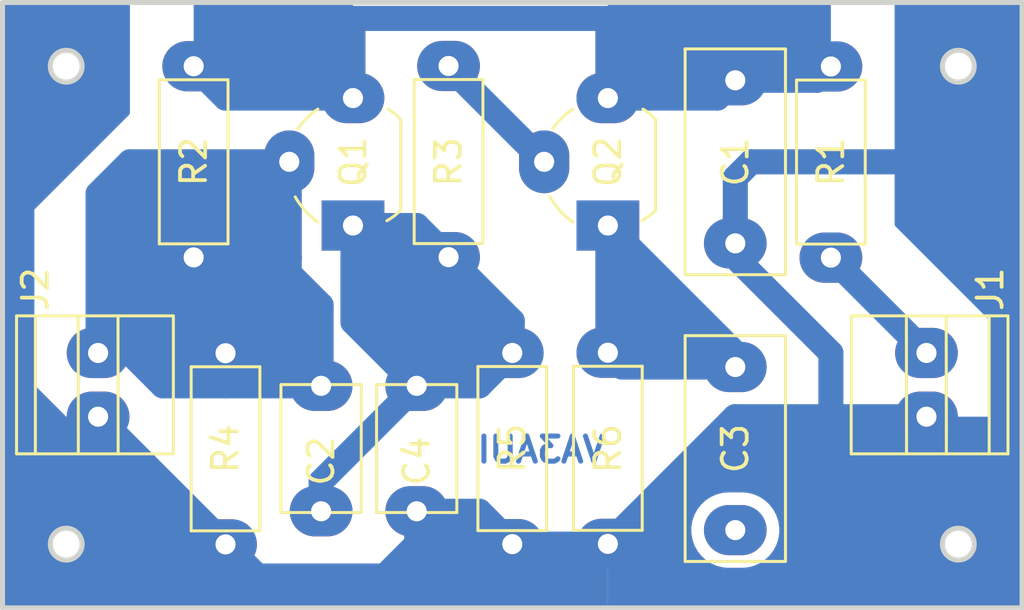
<source format=kicad_pcb>
(kicad_pcb (version 20221018) (generator pcbnew)
  (title_block (title "Crystal Test Oscillator") (date "2024-05-15") (company "VA3AUI"))
  (layers (0 "F.Cu" signal) (31 "B.Cu" signal) (37 "F.SilkS" user "F.Silkscreen") (38 "B.Mask" user) (44 "Edge.Cuts" user))
  (net 0 "")
  (net 1 "Net-(Q1-E)")
  (net 2 "Net-(J2-Pin_1)")
  (net 3 "Net-(Q1-C)")
  (net 4 "Net-(Q2-E)")
  (net 5 "Net-(Q2-B)")
  (net 6 "GNDPWR")
  (net 7 "Net-(J1-Pin_2)")
  (net 8 "Net-(J3-Pin_1)")
  (footprint "VA3AUI:2poles_screw_tb" (layer "F.Cu") (at 124.46 96.52 -90)
    (fp_text reference "J2" (at -3.81 2.5 -90) (layer "F.SilkS"))
    (fp_text value "Crystal 3MHz" hide)
    (fp_line (start -2.75 -3) (end -2.75 3.25) (stroke (width 0.12)) (layer "F.SilkS"))
    (fp_line (start -2.75 -3) (end 2.75 -3) (stroke (width 0.12)) (layer "F.SilkS"))
    (fp_line (start -2.75 -0.794) (end 2.75 -0.8) (stroke (width 0.12)) (layer "F.SilkS"))
    (fp_line (start -2.75 0.794) (end 2.75 0.7874) (stroke (width 0.12)) (layer "F.SilkS"))
    (fp_line (start -2.75 2.5) (end 2.75 2.5) (stroke (width 0.12)) (layer "F.SilkS"))
    (fp_line (start -2.75 3.25) (end 2.75 3.25) (stroke (width 0.12)) (layer "F.SilkS"))
    (fp_line (start 2.75 3.25) (end 2.75 -3) (stroke (width 0.12)) (layer "F.SilkS"))
    (pad "1" thru_hole oval (at -1.27 0 270) (size 2 2.5) (drill 0.8) (layers "*.Cu") (net 2 "Net-(J2-Pin_1)"))
    (pad "2" thru_hole oval (at 1.27 0 270) (size 2 2.5) (drill 0.8) (layers "*.Cu") (net 6 "GNDPWR"))
  )
  (footprint "VA3AUI:C_Disc_D9.0mm_W4.0mm_P6.50mm_100n" (layer "F.Cu") (at 149.86 87.63 90)
    (fp_text reference "C1" (at 0 0 90) (layer "F.SilkS"))
    (fp_text value "0.1" hide)
    (fp_line (start -4.5 -2) (end -4.5 2) (stroke (width 0.12)) (layer "F.SilkS"))
    (fp_line (start -4.5 -2) (end 4.5 -2) (stroke (width 0.12)) (layer "F.SilkS"))
    (fp_line (start -4.5 2) (end 4.5 2) (stroke (width 0.12)) (layer "F.SilkS"))
    (fp_line (start 4.5 -2) (end 4.5 2) (stroke (width 0.12)) (layer "F.SilkS"))
    (pad "1" thru_hole oval (at -3.25 0 90) (size 2 2.5) (drill 0.8) (layers "*.Cu") (net 6 "GNDPWR"))
    (pad "2" thru_hole oval (at 3.25 0 90) (size 2 2.5) (drill 0.8) (layers "*.Cu") (net 3 "Net-(Q1-C)"))
  )
  (footprint "VA3AUI:R_Axial_L6.3mm_D2.5mm_P7.62mm_0.25W" (layer "F.Cu") (at 138.43 91.43 90)
    (fp_text reference "R3" (at 3.8 0 90) (layer "F.SilkS"))
    (fp_text value "1k" hide)
    (fp_line (start 0.54 -1.37) (end 0.54 1.37) (stroke (width 0.12)) (layer "F.SilkS"))
    (fp_line (start 0.54 -1.37) (end 7.08 -1.37) (stroke (width 0.12)) (layer "F.SilkS"))
    (fp_line (start 0.54 1.37) (end 7.08 1.37) (stroke (width 0.12)) (layer "F.SilkS"))
    (fp_line (start 7.08 1.37) (end 7.08 -1.37) (stroke (width 0.12)) (layer "F.SilkS"))
    (pad "1" thru_hole oval (at 0 0 90) (size 2 2.5) (drill 0.8) (layers "*.Cu") (net 1 "Net-(Q1-E)"))
    (pad "2" thru_hole oval (at 7.62 0 90) (size 2 2.5) (drill 0.8) (layers "*.Cu") (net 5 "Net-(Q2-B)"))
  )
  (footprint "VA3AUI:C_Disc_D9.0mm_W4.0mm_P6.50mm_100n" (layer "F.Cu") (at 149.86 99.06 -90)
    (fp_text reference "C3" (at 0 0 -90) (layer "F.SilkS"))
    (fp_text value "0.1" hide)
    (fp_line (start -4.5 -2) (end -4.5 2) (stroke (width 0.12)) (layer "F.SilkS"))
    (fp_line (start -4.5 -2) (end 4.5 -2) (stroke (width 0.12)) (layer "F.SilkS"))
    (fp_line (start -4.5 2) (end 4.5 2) (stroke (width 0.12)) (layer "F.SilkS"))
    (fp_line (start 4.5 -2) (end 4.5 2) (stroke (width 0.12)) (layer "F.SilkS"))
    (pad "1" thru_hole oval (at -3.25 0 270) (size 2 2.5) (drill 0.8) (layers "*.Cu") (net 4 "Net-(Q2-E)"))
    (pad "2" thru_hole oval (at 3.25 0 270) (size 2 2.5) (drill 0.8) (layers "*.Cu") (net 8 "Net-(J3-Pin_1)"))
  )
  (footprint "VA3AUI:TO-92_2N3904" (layer "F.Cu") (at 144.78 87.63 90)
    (fp_text reference "Q2" (at 0 0 90) (layer "F.SilkS"))
    (fp_text value "2N3904" hide)
    (fp_line (start -1.927 1.905) (end 1.673 1.905) (stroke (width 0.12)) (layer "F.SilkS"))
    (fp_arc (start -2.4 -1.4) (mid -1.949154 -1.904616) (end -1.4 -2.3) (stroke (width 0.12)) (layer "F.SilkS"))
    (fp_arc (start -1.927 1.905) (mid -2.15717 1.64173) (end -2.35 1.35) (stroke (width 0.12)) (layer "F.SilkS"))
    (fp_arc (start 1.3 -2.2) (mid 1.741585 -1.841585) (end 2.1 -1.4) (stroke (width 0.12)) (layer "F.SilkS"))
    (fp_arc (start 2.1 1.4) (mid 1.90983 1.672924) (end 1.677724 1.911206) (stroke (width 0.12)) (layer "F.SilkS"))
    (pad "1" thru_hole rect (at -2.54 0 90) (size 2 2.5) (drill 0.8) (layers "*.Cu") (net 4 "Net-(Q2-E)"))
    (pad "2" thru_hole oval (at 0 -2.54 90) (size 2.5 2) (drill 0.8) (layers "*.Cu") (net 5 "Net-(Q2-B)"))
    (pad "3" thru_hole oval (at 2.54 0 90) (size 2 2.5) (drill 0.8) (layers "*.Cu") (net 3 "Net-(Q1-C)"))
  )
  (footprint "VA3AUI:R_Axial_L6.3mm_D2.5mm_P7.62mm_0.25W" (layer "F.Cu") (at 153.67 83.83 -90)
    (fp_text reference "R1" (at 3.8 0 -90) (layer "F.SilkS"))
    (fp_text value "47" hide)
    (fp_line (start 0.54 -1.37) (end 0.54 1.37) (stroke (width 0.12)) (layer "F.SilkS"))
    (fp_line (start 0.54 -1.37) (end 7.08 -1.37) (stroke (width 0.12)) (layer "F.SilkS"))
    (fp_line (start 0.54 1.37) (end 7.08 1.37) (stroke (width 0.12)) (layer "F.SilkS"))
    (fp_line (start 7.08 1.37) (end 7.08 -1.37) (stroke (width 0.12)) (layer "F.SilkS"))
    (pad "1" thru_hole oval (at 0 0 270) (size 2 2.5) (drill 0.8) (layers "*.Cu") (net 3 "Net-(Q1-C)"))
    (pad "2" thru_hole oval (at 7.62 0 270) (size 2 2.5) (drill 0.8) (layers "*.Cu") (net 7 "Net-(J1-Pin_2)"))
  )
  (footprint "VA3AUI:R_Axial_L6.3mm_D2.5mm_P7.62mm_0.25W" (layer "F.Cu") (at 128.27 83.82 -90)
    (fp_text reference "R2" (at 3.8 0 -90) (layer "F.SilkS"))
    (fp_text value "10k" hide)
    (fp_line (start 0.54 -1.37) (end 0.54 1.37) (stroke (width 0.12)) (layer "F.SilkS"))
    (fp_line (start 0.54 -1.37) (end 7.08 -1.37) (stroke (width 0.12)) (layer "F.SilkS"))
    (fp_line (start 0.54 1.37) (end 7.08 1.37) (stroke (width 0.12)) (layer "F.SilkS"))
    (fp_line (start 7.08 1.37) (end 7.08 -1.37) (stroke (width 0.12)) (layer "F.SilkS"))
    (pad "1" thru_hole oval (at 0 0 270) (size 2 2.5) (drill 0.8) (layers "*.Cu") (net 3 "Net-(Q1-C)"))
    (pad "2" thru_hole oval (at 7.62 0 270) (size 2 2.5) (drill 0.8) (layers "*.Cu") (net 2 "Net-(J2-Pin_1)"))
  )
  (footprint "VA3AUI:TO-92_2N3904" (layer "F.Cu") (at 134.62 87.63 90)
    (fp_text reference "Q1" (at 0 0 90) (layer "F.SilkS"))
    (fp_text value "2N3904" hide)
    (fp_line (start -1.927 1.905) (end 1.673 1.905) (stroke (width 0.12)) (layer "F.SilkS"))
    (fp_arc (start -2.4 -1.4) (mid -1.949154 -1.904616) (end -1.4 -2.3) (stroke (width 0.12)) (layer "F.SilkS"))
    (fp_arc (start -1.927 1.905) (mid -2.15717 1.64173) (end -2.35 1.35) (stroke (width 0.12)) (layer "F.SilkS"))
    (fp_arc (start 1.3 -2.2) (mid 1.741585 -1.841585) (end 2.1 -1.4) (stroke (width 0.12)) (layer "F.SilkS"))
    (fp_arc (start 2.1 1.4) (mid 1.90983 1.672924) (end 1.677724 1.911206) (stroke (width 0.12)) (layer "F.SilkS"))
    (pad "1" thru_hole rect (at -2.54 0 90) (size 2 2.5) (drill 0.8) (layers "*.Cu") (net 1 "Net-(Q1-E)"))
    (pad "2" thru_hole oval (at 0 -2.54 90) (size 2.5 2) (drill 0.8) (layers "*.Cu") (net 2 "Net-(J2-Pin_1)"))
    (pad "3" thru_hole oval (at 2.54 0 90) (size 2 2.5) (drill 0.8) (layers "*.Cu") (net 3 "Net-(Q1-C)"))
  )
  (footprint "VA3AUI:R_Axial_L6.3mm_D2.5mm_P7.62mm_0.25W" (layer "F.Cu") (at 129.54 95.26 -90)
    (fp_text reference "R4" (at 3.8 0 -90) (layer "F.SilkS"))
    (fp_text value "10k" hide)
    (fp_line (start 0.54 -1.37) (end 0.54 1.37) (stroke (width 0.12)) (layer "F.SilkS"))
    (fp_line (start 0.54 -1.37) (end 7.08 -1.37) (stroke (width 0.12)) (layer "F.SilkS"))
    (fp_line (start 0.54 1.37) (end 7.08 1.37) (stroke (width 0.12)) (layer "F.SilkS"))
    (fp_line (start 7.08 1.37) (end 7.08 -1.37) (stroke (width 0.12)) (layer "F.SilkS"))
    (pad "1" thru_hole oval (at 0 0 270) (size 2 2.5) (drill 0.8) (layers "*.Cu") (net 2 "Net-(J2-Pin_1)"))
    (pad "2" thru_hole oval (at 7.62 0 270) (size 2 2.5) (drill 0.8) (layers "*.Cu") (net 6 "GNDPWR"))
  )
  (footprint "VA3AUI:C_Disc_D5.1mm_W3.2mm_P5.00mm_MLCC" (layer "F.Cu") (at 137.16 96.56 -90)
    (fp_text reference "C4" (at 3 0 -90) (layer "F.SilkS"))
    (fp_text value "330" hide)
    (fp_line (start -0.05 -1.6) (end -0.05 1.6) (stroke (width 0.12)) (layer "F.SilkS"))
    (fp_line (start -0.05 -1.6) (end 5.05 -1.6) (stroke (width 0.12)) (layer "F.SilkS"))
    (fp_line (start -0.05 1.6) (end 5.05 1.6) (stroke (width 0.12)) (layer "F.SilkS"))
    (fp_line (start 5.05 -1.6) (end 5.05 1.6) (stroke (width 0.12)) (layer "F.SilkS"))
    (pad "1" thru_hole oval (at 0 0 270) (size 2 2.5) (drill 0.8) (layers "*.Cu") (net 1 "Net-(Q1-E)"))
    (pad "2" thru_hole oval (at 5 0 270) (size 2 2.5) (drill 0.8) (layers "*.Cu") (net 6 "GNDPWR"))
  )
  (footprint "VA3AUI:C_Disc_D5.1mm_W3.2mm_P5.00mm_MLCC" (layer "F.Cu") (at 133.35 96.56 -90)
    (fp_text reference "C2" (at 3 0 -90) (layer "F.SilkS"))
    (fp_text value "150" hide)
    (fp_line (start -0.05 -1.6) (end -0.05 1.6) (stroke (width 0.12)) (layer "F.SilkS"))
    (fp_line (start -0.05 -1.6) (end 5.05 -1.6) (stroke (width 0.12)) (layer "F.SilkS"))
    (fp_line (start -0.05 1.6) (end 5.05 1.6) (stroke (width 0.12)) (layer "F.SilkS"))
    (fp_line (start 5.05 -1.6) (end 5.05 1.6) (stroke (width 0.12)) (layer "F.SilkS"))
    (pad "1" thru_hole oval (at 0 0 270) (size 2 2.5) (drill 0.8) (layers "*.Cu") (net 2 "Net-(J2-Pin_1)"))
    (pad "2" thru_hole oval (at 5 0 270) (size 2 2.5) (drill 0.8) (layers "*.Cu") (net 1 "Net-(Q1-E)"))
  )
  (footprint "VA3AUI:2poles_screw_tb" (layer "F.Cu") (at 157.48 96.52 90)
    (fp_text reference "J1" (at 3.81 2.54 90) (layer "F.SilkS"))
    (fp_text value "+13.8V" hide)
    (fp_line (start -2.75 -3) (end -2.75 3.25) (stroke (width 0.12)) (layer "F.SilkS"))
    (fp_line (start -2.75 -3) (end 2.75 -3) (stroke (width 0.12)) (layer "F.SilkS"))
    (fp_line (start -2.75 -0.794) (end 2.75 -0.8) (stroke (width 0.12)) (layer "F.SilkS"))
    (fp_line (start -2.75 0.794) (end 2.75 0.7874) (stroke (width 0.12)) (layer "F.SilkS"))
    (fp_line (start -2.75 2.5) (end 2.75 2.5) (stroke (width 0.12)) (layer "F.SilkS"))
    (fp_line (start -2.75 3.25) (end 2.75 3.25) (stroke (width 0.12)) (layer "F.SilkS"))
    (fp_line (start 2.75 3.25) (end 2.75 -3) (stroke (width 0.12)) (layer "F.SilkS"))
    (pad "1" thru_hole oval (at -1.27 0 90) (size 2 2.5) (drill 0.8) (layers "*.Cu") (net 6 "GNDPWR"))
    (pad "2" thru_hole oval (at 1.27 0 90) (size 2 2.5) (drill 0.8) (layers "*.Cu") (net 7 "Net-(J1-Pin_2)"))
  )
  (footprint "VA3AUI:R_Axial_L6.3mm_D2.5mm_P7.62mm_0.25W" (layer "F.Cu") (at 140.97 95.25 -90)
    (fp_text reference "R5" (at 3.8 0 -90) (layer "F.SilkS"))
    (fp_text value "1k" hide)
    (fp_line (start 0.54 -1.37) (end 0.54 1.37) (stroke (width 0.12)) (layer "F.SilkS"))
    (fp_line (start 0.54 -1.37) (end 7.08 -1.37) (stroke (width 0.12)) (layer "F.SilkS"))
    (fp_line (start 0.54 1.37) (end 7.08 1.37) (stroke (width 0.12)) (layer "F.SilkS"))
    (fp_line (start 7.08 1.37) (end 7.08 -1.37) (stroke (width 0.12)) (layer "F.SilkS"))
    (pad "1" thru_hole oval (at 0 0 270) (size 2 2.5) (drill 0.8) (layers "*.Cu") (net 1 "Net-(Q1-E)"))
    (pad "2" thru_hole oval (at 7.62 0 270) (size 2 2.5) (drill 0.8) (layers "*.Cu") (net 6 "GNDPWR"))
  )
  (footprint "VA3AUI:R_Axial_L6.3mm_D2.5mm_P7.62mm_0.25W" (layer "F.Cu") (at 144.78 102.86 90)
    (fp_text reference "R6" (at 3.8 0 90) (layer "F.SilkS"))
    (fp_text value "1k" hide)
    (fp_line (start 0.54 -1.37) (end 0.54 1.37) (stroke (width 0.12)) (layer "F.SilkS"))
    (fp_line (start 0.54 -1.37) (end 7.08 -1.37) (stroke (width 0.12)) (layer "F.SilkS"))
    (fp_line (start 0.54 1.37) (end 7.08 1.37) (stroke (width 0.12)) (layer "F.SilkS"))
    (fp_line (start 7.08 1.37) (end 7.08 -1.37) (stroke (width 0.12)) (layer "F.SilkS"))
    (pad "1" thru_hole oval (at 0 0 90) (size 2 2.5) (drill 0.8) (layers "*.Cu") (net 6 "GNDPWR"))
    (pad "2" thru_hole oval (at 7.62 0 90) (size 2 2.5) (drill 0.8) (layers "*.Cu") (net 4 "Net-(Q2-E)"))
  )
  (gr_circle (center 158.75 83.82) (end 159.385 83.82) (stroke (width 0.2)) (fill none) (layer "Edge.Cuts"))
  (gr_line (start 161.29 105.41) (end 120.65 105.41) (stroke (width 0.2)) (layer "Edge.Cuts"))
  (gr_circle (center 123.19 102.87) (end 123.825 102.87) (stroke (width 0.2)) (fill none) (layer "Edge.Cuts"))
  (gr_circle (center 158.75 102.87) (end 159.385 102.87) (stroke (width 0.2)) (fill none) (layer "Edge.Cuts"))
  (gr_line (start 120.65 81.28) (end 161.29 81.28) (stroke (width 0.2)) (layer "Edge.Cuts"))
  (gr_line (start 161.29 81.28) (end 161.29 105.41) (stroke (width 0.2)) (layer "Edge.Cuts"))
  (gr_line (start 120.65 105.41) (end 120.65 81.28) (stroke (width 0.2)) (layer "Edge.Cuts"))
  (gr_circle (center 123.19 83.82) (end 123.825 83.82) (stroke (width 0.2)) (fill none) (layer "Edge.Cuts"))
  (gr_text "VA3AUI" (at 144.78 99.695) (layer "B.Cu") (effects (font (size 1 1) (thickness 0.2) bold) (justify left bottom mirror)))
  (segment (start 137.16 96.56) (end 137.16 96.52) (width 0.5) (layer "B.Cu") (net 1))
  (segment (start 140.97 95.25) (end 140.97 93.97) (width 1) (layer "B.Cu") (net 1))
  (segment (start 134.62 94.02) (end 137.16 96.56) (width 1) (layer "B.Cu") (net 1))
  (segment (start 140.97 95.25) (end 139.66 96.56) (width 1) (layer "B.Cu") (net 1))
  (segment (start 140.97 93.97) (end 138.43 91.43) (width 1) (layer "B.Cu") (net 1))
  (segment (start 134.62 90.17) (end 137.17 90.17) (width 1) (layer "B.Cu") (net 1))
  (segment (start 133.35 100.37) (end 137.16 96.56) (width 1) (layer "B.Cu") (net 1))
  (segment (start 139.66 96.56) (end 137.16 96.56) (width 1) (layer "B.Cu") (net 1))
  (segment (start 134.62 90.17) (end 134.62 94.02) (width 1) (layer "B.Cu") (net 1))
  (segment (start 133.35 101.56) (end 133.35 100.37) (width 1) (layer "B.Cu") (net 1))
  (segment (start 137.17 90.17) (end 138.43 91.43) (width 1) (layer "B.Cu") (net 1))
  (segment (start 124.47 95.26) (end 124.46 95.25) (width 0.5) (layer "B.Cu") (net 2))
  (segment (start 129.54 95.26) (end 129.54 96.56) (width 1) (layer "B.Cu") (net 2))
  (segment (start 132.08 87.63) (end 125.73 87.63) (width 1) (layer "B.Cu") (net 2))
  (segment (start 124.46 95.25) (end 125.73 95.25) (width 1) (layer "B.Cu") (net 2))
  (segment (start 125.73 95.25) (end 127.04 96.56) (width 1) (layer "B.Cu") (net 2))
  (segment (start 127.04 96.56) (end 129.54 96.56) (width 1) (layer "B.Cu") (net 2))
  (segment (start 133.35 93.345) (end 132.08 92.075) (width 1) (layer "B.Cu") (net 2))
  (segment (start 132.08 91.44) (end 132.08 87.63) (width 1) (layer "B.Cu") (net 2))
  (segment (start 129.53 95.25) (end 129.54 95.26) (width 0.5) (layer "B.Cu") (net 2))
  (segment (start 128.27 91.44) (end 132.08 91.44) (width 1) (layer "B.Cu") (net 2))
  (segment (start 124.46 88.9) (end 124.46 95.25) (width 1) (layer "B.Cu") (net 2))
  (segment (start 125.73 87.63) (end 124.46 88.9) (width 1) (layer "B.Cu") (net 2))
  (segment (start 129.54 96.56) (end 133.35 96.56) (width 1) (layer "B.Cu") (net 2))
  (segment (start 132.08 92.075) (end 132.08 91.44) (width 1) (layer "B.Cu") (net 2))
  (segment (start 133.35 96.56) (end 133.35 93.345) (width 1) (layer "B.Cu") (net 2))
  (segment (start 149.86 84.38) (end 153.12 84.38) (width 1) (layer "B.Cu") (net 3))
  (segment (start 129.54 85.09) (end 128.27 83.82) (width 1) (layer "B.Cu") (net 3))
  (segment (start 134.62 85.09) (end 129.54 85.09) (width 1) (layer "B.Cu") (net 3))
  (segment (start 149.15 85.09) (end 149.86 84.38) (width 1) (layer "B.Cu") (net 3))
  (segment (start 134.62 85.09) (end 134.62 81.915) (width 1) (layer "B.Cu") (net 3))
  (segment (start 144.78 81.915) (end 144.78 85.09) (width 1) (layer "B.Cu") (net 3))
  (segment (start 134.62 81.915) (end 144.78 81.915) (width 1) (layer "B.Cu") (net 3))
  (segment (start 153.12 84.38) (end 153.67 83.83) (width 1) (layer "B.Cu") (net 3))
  (segment (start 144.78 85.09) (end 149.15 85.09) (width 1) (layer "B.Cu") (net 3))
  (segment (start 149.29 95.24) (end 149.86 95.81) (width 0.5) (layer "B.Cu") (net 4))
  (segment (start 144.78 90.17) (end 149.86 95.25) (width 1) (layer "B.Cu") (net 4))
  (segment (start 145.35 95.81) (end 144.78 95.24) (width 1) (layer "B.Cu") (net 4))
  (segment (start 149.86 95.25) (end 149.86 95.81) (width 1) (layer "B.Cu") (net 4))
  (segment (start 144.78 90.17) (end 144.78 95.24) (width 1) (layer "B.Cu") (net 4))
  (segment (start 149.86 95.81) (end 145.35 95.81) (width 1) (layer "B.Cu") (net 4))
  (segment (start 138.43 83.81) (end 138.43 83.82) (width 0.5) (layer "B.Cu") (net 5))
  (segment (start 138.43 83.82) (end 142.24 87.63) (width 1) (layer "B.Cu") (net 5))
  (segment (start 150.495 87.63) (end 156.21 87.63) (width 1) (layer "B.Cu") (net 6))
  (segment (start 137.16 102.87) (end 137.16 101.56) (width 1) (layer "B.Cu") (net 6))
  (segment (start 126.36 99.7) (end 129.54 102.88) (width 1) (layer "B.Cu") (net 6))
  (segment (start 140.97 102.87) (end 144.77 102.87) (width 1) (layer "B.Cu") (net 6))
  (segment (start 144.77 102.87) (end 144.78 102.86) (width 1) (layer "B.Cu") (net 6))
  (segment (start 129.54 102.87) (end 129.54 102.88) (width 0.5) (layer "B.Cu") (net 6))
  (segment (start 129.54 102.88) (end 129.55 102.88) (width 0.5) (layer "B.Cu") (net 6))
  (segment (start 124.46 97.8) (end 126.36 99.7) (width 1) (layer "B.Cu") (net 6))
  (segment (start 129.55 102.88) (end 130.81 104.14) (width 1) (layer "B.Cu") (net 6))
  (segment (start 137.16 101.56) (end 139.66 101.56) (width 1) (layer "B.Cu") (net 6))
  (segment (start 149.86 88.265) (end 150.495 87.63) (width 1) (layer "B.Cu") (net 6))
  (segment (start 149.86 90.88) (end 149.86 91.44) (width 1) (layer "B.Cu") (net 6))
  (segment (start 124.46 97.79) (end 124.46 97.8) (width 1) (layer "B.Cu") (net 6))
  (segment (start 149.86 91.44) (end 153.67 95.25) (width 1) (layer "B.Cu") (net 6))
  (segment (start 149.85 97.79) (end 157.48 97.79) (width 1) (layer "B.Cu") (net 6))
  (segment (start 149.86 90.88) (end 149.86 88.265) (width 1) (layer "B.Cu") (net 6))
  (segment (start 135.89 104.14) (end 137.16 102.87) (width 1) (layer "B.Cu") (net 6))
  (segment (start 153.67 95.25) (end 153.67 97.79) (width 1) (layer "B.Cu") (net 6))
  (segment (start 144.78 102.86) (end 149.85 97.79) (width 1) (layer "B.Cu") (net 6))
  (segment (start 130.81 104.14) (end 135.89 104.14) (width 1) (layer "B.Cu") (net 6))
  (segment (start 139.66 101.56) (end 140.97 102.87) (width 1) (layer "B.Cu") (net 6))
  (segment (start 153.68 91.45) (end 157.48 95.25) (width 1) (layer "B.Cu") (net 7))
  (segment (start 153.67 91.45) (end 153.68 91.45) (width 0.5) (layer "B.Cu") (net 7))
  (zone (net 1) (net_name "Net-(Q1-E)") (layer "B.Cu") (priority 3) (connect_pads yes (clearance 0.5)) (min_thickness 0.25) (fill yes (thermal_gap 0.5) (thermal_bridge_width 0.5))
    (polygon (pts (xy 134.62 90.17) (xy 134.62 93.98) (xy 137.16 96.52) (xy 139.7 96.52) (xy 140.97 95.25) (xy 140.97 93.98) (xy 137.16 90.17)))
  )
  (zone (net 3) (net_name "Net-(Q1-C)") (layer "B.Cu") (connect_pads yes (clearance 0.5)) (min_thickness 0.25) (fill yes (thermal_gap 0.5) (thermal_bridge_width 0.5))
    (polygon (pts (xy 128.27 83.82) (xy 129.54 85.09) (xy 134.62 85.09) (xy 134.62 81.28) (xy 128.27 81.28)))
  )
  (zone (net 2) (net_name "Net-(J2-Pin_1)") (layer "B.Cu") (priority 4) (connect_pads yes (clearance 0.5)) (min_thickness 0.25) (fill yes (thermal_gap 0.5) (thermal_bridge_width 0.5))
    (polygon (pts (xy 132.08 87.63) (xy 125.73 87.63) (xy 124.46 88.9) (xy 124.46 95.25) (xy 125.73 95.25) (xy 127 96.52) (xy 133.35 96.52) (xy 133.35 93.345) (xy 132.08 92.075)))
  )
  (zone (net 3) (net_name "Net-(Q1-C)") (layer "B.Cu") (priority 2) (connect_pads yes (clearance 0.5)) (min_thickness 0.25) (fill yes (thermal_gap 0.5) (thermal_bridge_width 0.5))
    (polygon (pts (xy 144.78 85.09) (xy 148.59 85.09) (xy 149.86 84.455) (xy 153.035 84.455) (xy 153.67 83.82) (xy 153.67 81.28) (xy 144.78 81.28)))
  )
  (zone (net 6) (net_name "GNDPWR") (layer "B.Cu") (priority 5) (connect_pads yes (clearance 0.5)) (min_thickness 0.25) (fill yes (thermal_gap 0.5) (thermal_bridge_width 0.5))
    (polygon (pts (xy 156.21 81.28) (xy 156.21 90.17) (xy 160.02 93.98) (xy 160.02 97.79) (xy 152.4 97.79) (xy 149.86 97.79) (xy 144.78 102.87) (xy 144.78 105.41) (xy 161.29 105.41) (xy 161.29 81.28)))
  )
  (zone (net 6) (net_name "GNDPWR") (layer "B.Cu") (priority 6) (connect_pads yes (clearance 0.5)) (min_thickness 0.25) (fill yes (thermal_gap 0.5) (thermal_bridge_width 0.5))
    (polygon (pts (xy 125.73 81.28) (xy 125.73 85.725) (xy 121.92 89.535) (xy 121.92 96.52) (xy 123.19 97.79) (xy 124.46 97.79) (xy 130.81 104.14) (xy 135.89 104.14) (xy 137.16 102.87) (xy 137.16 101.6) (xy 139.7 101.6) (xy 140.97 102.87) (xy 144.78 102.87) (xy 144.78 105.41) (xy 120.65 105.41) (xy 120.65 81.28)))
  )
  (zone (net 4) (net_name "Net-(Q2-E)") (layer "B.Cu") (priority 1) (connect_pads yes (clearance 0.5)) (min_thickness 0.25) (fill yes (thermal_gap 0.5) (thermal_bridge_width 0.5))
    (polygon (pts (xy 144.78 90.17) (xy 149.86 95.25) (xy 149.86 95.885) (xy 145.415 95.885) (xy 144.78 95.25)))
  )
)
</source>
